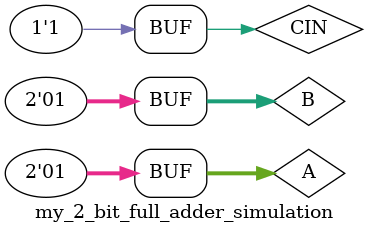
<source format=v>
`timescale 1ns / 1ps


module my_2_bit_full_adder_simulation(

    );
    
    // Inputs
    reg [1:0] A;
    reg [1:0] B;
    reg CIN;
    
    // Outputs
    wire COUT;
    wire [1:0] S;
    
    // Instantiate
    my_2_bit_full_adder dut(A, B, CIN, S, COUT);
    
    initial begin
        A = 2'b00; B = 2'b00; CIN = 1'b0; #10;
        A = 2'b00; B = 2'b01; CIN = 1'b0; #10;
        A = 2'b01; B = 2'b01; CIN = 1'b0; #10;
        A = 2'b01; B = 2'b01; CIN = 1'b1; #10;
    end
endmodule

</source>
